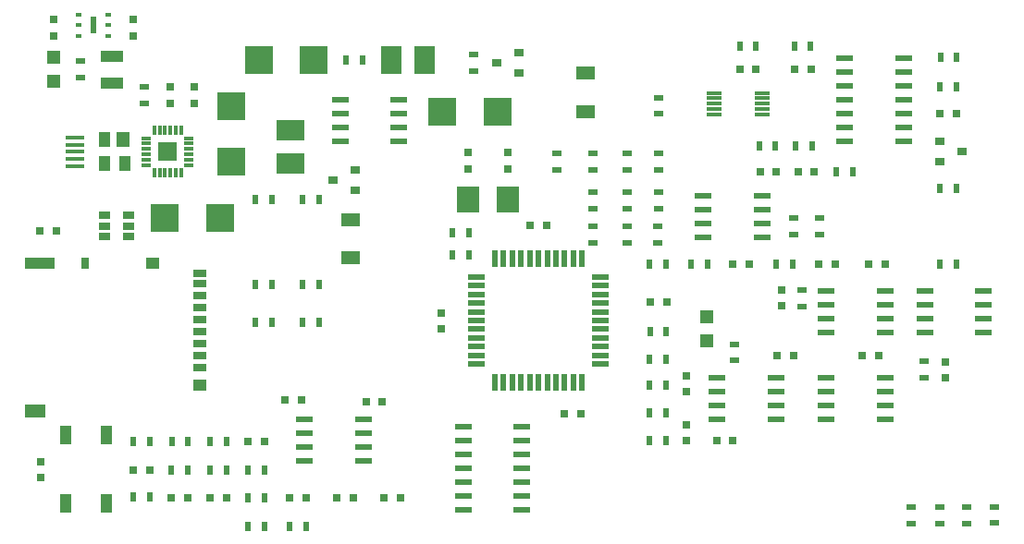
<source format=gbr>
G04 #@! TF.GenerationSoftware,KiCad,Pcbnew,5.0.2-bee76a0~70~ubuntu16.04.1*
G04 #@! TF.CreationDate,2019-03-24T22:43:38+05:30*
G04 #@! TF.ProjectId,PSLab,50534c61-622e-46b6-9963-61645f706362,v5.1*
G04 #@! TF.SameCoordinates,Original*
G04 #@! TF.FileFunction,Paste,Top*
G04 #@! TF.FilePolarity,Positive*
%FSLAX46Y46*%
G04 Gerber Fmt 4.6, Leading zero omitted, Abs format (unit mm)*
G04 Created by KiCad (PCBNEW 5.0.2-bee76a0~70~ubuntu16.04.1) date Sun 24 Mar 2019 22:43:38 +0530*
%MOMM*%
%LPD*%
G01*
G04 APERTURE LIST*
%ADD10R,0.600000X1.500000*%
%ADD11R,0.630000X0.450000*%
%ADD12R,0.850000X0.300000*%
%ADD13R,0.300000X0.850000*%
%ADD14R,1.800000X1.800000*%
%ADD15R,1.060000X0.650000*%
%ADD16R,1.550000X0.600000*%
%ADD17R,0.550000X1.500000*%
%ADD18R,1.500000X0.550000*%
%ADD19R,0.500000X0.900000*%
%ADD20R,2.500000X2.550000*%
%ADD21R,2.550000X2.500000*%
%ADD22R,1.700000X1.300000*%
%ADD23R,2.030000X1.140000*%
%ADD24R,0.900000X0.800000*%
%ADD25R,1.500000X0.600000*%
%ADD26R,1.400000X0.300000*%
%ADD27R,2.500000X1.950000*%
%ADD28R,1.950000X2.500000*%
%ADD29R,0.800000X0.750000*%
%ADD30R,0.750000X0.800000*%
%ADD31R,0.900000X0.500000*%
%ADD32R,1.200000X1.200000*%
%ADD33R,2.000000X2.400000*%
%ADD34R,1.800000X0.400000*%
%ADD35R,1.200000X1.400000*%
%ADD36R,1.000000X1.400000*%
%ADD37R,1.100000X1.800000*%
%ADD38R,1.900000X1.300000*%
%ADD39R,2.800000X1.000000*%
%ADD40R,0.800000X1.000000*%
%ADD41R,1.200000X1.000000*%
%ADD42R,1.200000X0.700000*%
G04 APERTURE END LIST*
D10*
G04 #@! TO.C,U1*
X97350000Y-63260000D03*
D11*
X96010000Y-64210000D03*
X96010000Y-63260000D03*
X96010000Y-62310000D03*
X98690000Y-62310000D03*
X98690000Y-63260000D03*
X98690000Y-64210000D03*
G04 #@! TD*
D12*
G04 #@! TO.C,U14*
X106080000Y-76100000D03*
X106080000Y-75600000D03*
X106080000Y-75100000D03*
X106080000Y-74600000D03*
X106080000Y-74100000D03*
X106080000Y-73600000D03*
D13*
X105380000Y-72900000D03*
X104880000Y-72900000D03*
X104380000Y-72900000D03*
X103880000Y-72900000D03*
X103380000Y-72900000D03*
X102880000Y-72900000D03*
D12*
X102180000Y-73600000D03*
X102180000Y-74100000D03*
X102180000Y-74600000D03*
X102180000Y-75100000D03*
X102180000Y-75600000D03*
X102180000Y-76100000D03*
D13*
X102880000Y-76800000D03*
X103380000Y-76800000D03*
X103880000Y-76800000D03*
X104380000Y-76800000D03*
X104880000Y-76800000D03*
X105380000Y-76800000D03*
D14*
X104130000Y-74850000D03*
G04 #@! TD*
D15*
G04 #@! TO.C,U4*
X98370000Y-80710000D03*
X98370000Y-81660000D03*
X98370000Y-82610000D03*
X100570000Y-82610000D03*
X100570000Y-80710000D03*
X100570000Y-81660000D03*
G04 #@! TD*
D16*
G04 #@! TO.C,U5*
X125300000Y-73855000D03*
X125300000Y-72585000D03*
X125300000Y-71315000D03*
X125300000Y-70045000D03*
X119900000Y-70045000D03*
X119900000Y-71315000D03*
X119900000Y-72585000D03*
X119900000Y-73855000D03*
G04 #@! TD*
D17*
G04 #@! TO.C,U3*
X134060000Y-96020000D03*
X134860000Y-96020000D03*
X135660000Y-96020000D03*
X136460000Y-96020000D03*
X137260000Y-96020000D03*
X138060000Y-96020000D03*
X138860000Y-96020000D03*
X139660000Y-96020000D03*
X140460000Y-96020000D03*
X141260000Y-96020000D03*
X142060000Y-96020000D03*
D18*
X143760000Y-94320000D03*
X143760000Y-93520000D03*
X143760000Y-92720000D03*
X143760000Y-91920000D03*
X143760000Y-91120000D03*
X143760000Y-90320000D03*
X143760000Y-89520000D03*
X143760000Y-88720000D03*
X143760000Y-87920000D03*
X143760000Y-87120000D03*
X143760000Y-86320000D03*
D17*
X142060000Y-84620000D03*
X141260000Y-84620000D03*
X140460000Y-84620000D03*
X139660000Y-84620000D03*
X138860000Y-84620000D03*
X138060000Y-84620000D03*
X137260000Y-84620000D03*
X136460000Y-84620000D03*
X135660000Y-84620000D03*
X134860000Y-84620000D03*
X134060000Y-84620000D03*
D18*
X132360000Y-86320000D03*
X132360000Y-87120000D03*
X132360000Y-87920000D03*
X132360000Y-88720000D03*
X132360000Y-89520000D03*
X132360000Y-90320000D03*
X132360000Y-91120000D03*
X132360000Y-91920000D03*
X132360000Y-92720000D03*
X132360000Y-93520000D03*
X132360000Y-94320000D03*
G04 #@! TD*
D19*
G04 #@! TO.C,R21*
X112980000Y-106550000D03*
X111480000Y-106550000D03*
G04 #@! TD*
D16*
G04 #@! TO.C,U10*
X154370000Y-95595000D03*
X154370000Y-96865000D03*
X154370000Y-98135000D03*
X154370000Y-99405000D03*
X159770000Y-99405000D03*
X159770000Y-98135000D03*
X159770000Y-96865000D03*
X159770000Y-95595000D03*
G04 #@! TD*
D20*
G04 #@! TO.C,C11*
X109950000Y-75725000D03*
X109950000Y-70675000D03*
G04 #@! TD*
D21*
G04 #@! TO.C,C14*
X108925000Y-80910000D03*
X103875000Y-80910000D03*
G04 #@! TD*
G04 #@! TO.C,C16*
X134325000Y-71200000D03*
X129275000Y-71200000D03*
G04 #@! TD*
G04 #@! TO.C,C18*
X112465000Y-66480000D03*
X117515000Y-66480000D03*
G04 #@! TD*
D22*
G04 #@! TO.C,D1*
X120890000Y-84580000D03*
X120890000Y-81080000D03*
G04 #@! TD*
G04 #@! TO.C,D2*
X142380000Y-67670000D03*
X142380000Y-71170000D03*
G04 #@! TD*
D23*
G04 #@! TO.C,F1*
X99000000Y-68520000D03*
X99000000Y-66120000D03*
G04 #@! TD*
D24*
G04 #@! TO.C,Q1*
X174800000Y-73870000D03*
X174800000Y-75770000D03*
X176800000Y-74820000D03*
G04 #@! TD*
D25*
G04 #@! TO.C,U2*
X131160000Y-100040000D03*
X131160000Y-101310000D03*
X131160000Y-102580000D03*
X131160000Y-103850000D03*
X131160000Y-105120000D03*
X131160000Y-106390000D03*
X131160000Y-107660000D03*
X136560000Y-107660000D03*
X136560000Y-106390000D03*
X136560000Y-105120000D03*
X136560000Y-103850000D03*
X136560000Y-102580000D03*
X136560000Y-101310000D03*
X136560000Y-100040000D03*
G04 #@! TD*
G04 #@! TO.C,U7*
X166050000Y-66240000D03*
X166050000Y-67510000D03*
X166050000Y-68780000D03*
X166050000Y-70050000D03*
X166050000Y-71320000D03*
X166050000Y-72590000D03*
X166050000Y-73860000D03*
X171450000Y-73860000D03*
X171450000Y-72590000D03*
X171450000Y-71320000D03*
X171450000Y-70050000D03*
X171450000Y-68780000D03*
X171450000Y-67510000D03*
X171450000Y-66240000D03*
G04 #@! TD*
D16*
G04 #@! TO.C,U8*
X164370000Y-87625000D03*
X164370000Y-88895000D03*
X164370000Y-90165000D03*
X164370000Y-91435000D03*
X169770000Y-91435000D03*
X169770000Y-90165000D03*
X169770000Y-88895000D03*
X169770000Y-87625000D03*
G04 #@! TD*
D26*
G04 #@! TO.C,U9*
X154150000Y-69450000D03*
X154150000Y-69950000D03*
X154150000Y-70450000D03*
X154150000Y-70950000D03*
X154150000Y-71450000D03*
X158550000Y-71450000D03*
X158550000Y-70950000D03*
X158550000Y-70450000D03*
X158550000Y-69950000D03*
X158550000Y-69450000D03*
G04 #@! TD*
D16*
G04 #@! TO.C,U11*
X173410000Y-87615000D03*
X173410000Y-88885000D03*
X173410000Y-90155000D03*
X173410000Y-91425000D03*
X178810000Y-91425000D03*
X178810000Y-90155000D03*
X178810000Y-88885000D03*
X178810000Y-87615000D03*
G04 #@! TD*
G04 #@! TO.C,U12*
X164410000Y-95595000D03*
X164410000Y-96865000D03*
X164410000Y-98135000D03*
X164410000Y-99405000D03*
X169810000Y-99405000D03*
X169810000Y-98135000D03*
X169810000Y-96865000D03*
X169810000Y-95595000D03*
G04 #@! TD*
G04 #@! TO.C,U13*
X122060000Y-103155000D03*
X122060000Y-101885000D03*
X122060000Y-100615000D03*
X122060000Y-99345000D03*
X116660000Y-99345000D03*
X116660000Y-100615000D03*
X116660000Y-101885000D03*
X116660000Y-103155000D03*
G04 #@! TD*
G04 #@! TO.C,U16*
X153130000Y-78885000D03*
X153130000Y-80155000D03*
X153130000Y-81425000D03*
X153130000Y-82695000D03*
X158530000Y-82695000D03*
X158530000Y-81425000D03*
X158530000Y-80155000D03*
X158530000Y-78885000D03*
G04 #@! TD*
D24*
G04 #@! TO.C,Q2*
X121260000Y-78380000D03*
X121260000Y-76480000D03*
X119260000Y-77430000D03*
G04 #@! TD*
G04 #@! TO.C,Q3*
X136230000Y-67660000D03*
X136230000Y-65760000D03*
X134230000Y-66710000D03*
G04 #@! TD*
D27*
G04 #@! TO.C,C12*
X115350000Y-75925000D03*
X115350000Y-72875000D03*
G04 #@! TD*
D28*
G04 #@! TO.C,C19*
X127605000Y-66480000D03*
X124555000Y-66480000D03*
G04 #@! TD*
D29*
G04 #@! TO.C,C2*
X93910000Y-82100000D03*
X92410000Y-82100000D03*
G04 #@! TD*
D30*
G04 #@! TO.C,C4*
X129130000Y-89610000D03*
X129130000Y-91110000D03*
G04 #@! TD*
D29*
G04 #@! TO.C,C6*
X104460000Y-106540000D03*
X105960000Y-106540000D03*
G04 #@! TD*
G04 #@! TO.C,C7*
X100990000Y-104000000D03*
X102490000Y-104000000D03*
G04 #@! TD*
D30*
G04 #@! TO.C,C8*
X131600000Y-76440000D03*
X131600000Y-74940000D03*
G04 #@! TD*
D29*
G04 #@! TO.C,C9*
X125430000Y-106550000D03*
X123930000Y-106550000D03*
G04 #@! TD*
D30*
G04 #@! TO.C,C10*
X135290000Y-76440000D03*
X135290000Y-74940000D03*
G04 #@! TD*
D29*
G04 #@! TO.C,C13*
X138810000Y-81630000D03*
X137310000Y-81630000D03*
G04 #@! TD*
D30*
G04 #@! TO.C,C15*
X101000000Y-64210000D03*
X101000000Y-62710000D03*
G04 #@! TD*
D29*
G04 #@! TO.C,C17*
X148300000Y-88620000D03*
X149800000Y-88620000D03*
G04 #@! TD*
D30*
G04 #@! TO.C,C20*
X93700000Y-64210000D03*
X93700000Y-62710000D03*
G04 #@! TD*
D29*
G04 #@! TO.C,C21*
X141920000Y-98840000D03*
X140420000Y-98840000D03*
G04 #@! TD*
G04 #@! TO.C,C22*
X167670000Y-93540000D03*
X169170000Y-93540000D03*
G04 #@! TD*
D30*
G04 #@! TO.C,C23*
X160290000Y-89000000D03*
X160290000Y-87500000D03*
G04 #@! TD*
D29*
G04 #@! TO.C,C24*
X156470000Y-67300000D03*
X157970000Y-67300000D03*
G04 #@! TD*
G04 #@! TO.C,C25*
X165220000Y-85160000D03*
X163720000Y-85160000D03*
G04 #@! TD*
G04 #@! TO.C,C26*
X169770000Y-85160000D03*
X168270000Y-85160000D03*
G04 #@! TD*
G04 #@! TO.C,C27*
X163000000Y-67300000D03*
X161500000Y-67300000D03*
G04 #@! TD*
G04 #@! TO.C,C28*
X154370000Y-101310000D03*
X155870000Y-101310000D03*
G04 #@! TD*
D30*
G04 #@! TO.C,C29*
X151610000Y-96860000D03*
X151610000Y-95360000D03*
G04 #@! TD*
D29*
G04 #@! TO.C,C30*
X111480000Y-101400000D03*
X112980000Y-101400000D03*
G04 #@! TD*
G04 #@! TO.C,C31*
X161430000Y-93540000D03*
X159930000Y-93540000D03*
G04 #@! TD*
G04 #@! TO.C,C32*
X176300000Y-71330000D03*
X174800000Y-71330000D03*
G04 #@! TD*
G04 #@! TO.C,C33*
X119630000Y-106550000D03*
X121130000Y-106550000D03*
G04 #@! TD*
G04 #@! TO.C,C34*
X155840000Y-85160000D03*
X157340000Y-85160000D03*
G04 #@! TD*
G04 #@! TO.C,C35*
X116390000Y-97630000D03*
X114890000Y-97630000D03*
G04 #@! TD*
G04 #@! TO.C,C36*
X116780000Y-106550000D03*
X115280000Y-106550000D03*
G04 #@! TD*
G04 #@! TO.C,C37*
X159830000Y-76720000D03*
X158330000Y-76720000D03*
G04 #@! TD*
G04 #@! TO.C,C38*
X123770000Y-97740000D03*
X122270000Y-97740000D03*
G04 #@! TD*
D30*
G04 #@! TO.C,C39*
X175340000Y-95590000D03*
X175340000Y-94090000D03*
G04 #@! TD*
D29*
G04 #@! TO.C,C40*
X109500000Y-106550000D03*
X108000000Y-106550000D03*
G04 #@! TD*
D30*
G04 #@! TO.C,C41*
X151610000Y-101350000D03*
X151610000Y-99850000D03*
G04 #@! TD*
D29*
G04 #@! TO.C,C42*
X163310000Y-76730000D03*
X161810000Y-76730000D03*
G04 #@! TD*
D31*
G04 #@! TO.C,R1*
X139760000Y-76500000D03*
X139760000Y-75000000D03*
G04 #@! TD*
D19*
G04 #@! TO.C,R2*
X131670000Y-84330000D03*
X130170000Y-84330000D03*
G04 #@! TD*
G04 #@! TO.C,R3*
X131670000Y-82240000D03*
X130170000Y-82240000D03*
G04 #@! TD*
G04 #@! TO.C,R4*
X113670000Y-79210000D03*
X112170000Y-79210000D03*
G04 #@! TD*
G04 #@! TO.C,R5*
X116480000Y-79220000D03*
X117980000Y-79220000D03*
G04 #@! TD*
D31*
G04 #@! TO.C,R6*
X172210000Y-108930000D03*
X172210000Y-107430000D03*
G04 #@! TD*
G04 #@! TO.C,R7*
X174760000Y-108910000D03*
X174760000Y-107410000D03*
G04 #@! TD*
G04 #@! TO.C,R8*
X177290000Y-108910000D03*
X177290000Y-107410000D03*
G04 #@! TD*
G04 #@! TO.C,R9*
X179830000Y-108890000D03*
X179830000Y-107390000D03*
G04 #@! TD*
G04 #@! TO.C,R11*
X132120000Y-67470000D03*
X132120000Y-65970000D03*
G04 #@! TD*
G04 #@! TO.C,R12*
X143030000Y-75020000D03*
X143030000Y-76520000D03*
G04 #@! TD*
D19*
G04 #@! TO.C,R13*
X121950000Y-66480000D03*
X120450000Y-66480000D03*
G04 #@! TD*
G04 #@! TO.C,R14*
X148200000Y-85140000D03*
X149700000Y-85140000D03*
G04 #@! TD*
G04 #@! TO.C,R15*
X112980000Y-104000000D03*
X111480000Y-104000000D03*
G04 #@! TD*
D31*
G04 #@! TO.C,R16*
X146210000Y-78590000D03*
X146210000Y-80090000D03*
G04 #@! TD*
G04 #@! TO.C,R17*
X146210000Y-76520000D03*
X146210000Y-75020000D03*
G04 #@! TD*
D19*
G04 #@! TO.C,R18*
X156470000Y-65140000D03*
X157970000Y-65140000D03*
G04 #@! TD*
G04 #@! TO.C,R19*
X161480000Y-65140000D03*
X162980000Y-65140000D03*
G04 #@! TD*
D31*
G04 #@! TO.C,R20*
X162160000Y-87510000D03*
X162160000Y-89010000D03*
G04 #@! TD*
G04 #@! TO.C,R22*
X173390000Y-94080000D03*
X173390000Y-95580000D03*
G04 #@! TD*
D19*
G04 #@! TO.C,R23*
X176300000Y-85130000D03*
X174800000Y-85130000D03*
G04 #@! TD*
G04 #@! TO.C,R24*
X161320000Y-85160000D03*
X159820000Y-85160000D03*
G04 #@! TD*
G04 #@! TO.C,R25*
X176290000Y-68930000D03*
X174790000Y-68930000D03*
G04 #@! TD*
G04 #@! TO.C,R26*
X176350000Y-66230000D03*
X174850000Y-66230000D03*
G04 #@! TD*
D31*
G04 #@! TO.C,R27*
X149050000Y-69890000D03*
X149050000Y-71390000D03*
G04 #@! TD*
D19*
G04 #@! TO.C,R28*
X149740000Y-96260000D03*
X148240000Y-96260000D03*
G04 #@! TD*
G04 #@! TO.C,R29*
X149710000Y-101350000D03*
X148210000Y-101350000D03*
G04 #@! TD*
G04 #@! TO.C,R30*
X148220000Y-98800000D03*
X149720000Y-98800000D03*
G04 #@! TD*
D31*
G04 #@! TO.C,R31*
X146200000Y-83210000D03*
X146200000Y-81710000D03*
G04 #@! TD*
G04 #@! TO.C,R32*
X148950000Y-83210000D03*
X148950000Y-81710000D03*
G04 #@! TD*
D19*
G04 #@! TO.C,R33*
X152040000Y-85140000D03*
X153540000Y-85140000D03*
G04 #@! TD*
D31*
G04 #@! TO.C,R34*
X155960000Y-92500000D03*
X155960000Y-94000000D03*
G04 #@! TD*
D19*
G04 #@! TO.C,R35*
X158250000Y-74290000D03*
X159750000Y-74290000D03*
G04 #@! TD*
G04 #@! TO.C,R36*
X176300000Y-78230000D03*
X174800000Y-78230000D03*
G04 #@! TD*
G04 #@! TO.C,R37*
X161590000Y-74290000D03*
X163090000Y-74290000D03*
G04 #@! TD*
D31*
G04 #@! TO.C,R38*
X149050000Y-76520000D03*
X149050000Y-75020000D03*
G04 #@! TD*
D19*
G04 #@! TO.C,R39*
X165350000Y-76730000D03*
X166850000Y-76730000D03*
G04 #@! TD*
G04 #@! TO.C,R40*
X112980000Y-109170000D03*
X111480000Y-109170000D03*
G04 #@! TD*
G04 #@! TO.C,R41*
X109500000Y-101400000D03*
X108000000Y-101400000D03*
G04 #@! TD*
G04 #@! TO.C,R42*
X107990000Y-104010000D03*
X109490000Y-104010000D03*
G04 #@! TD*
G04 #@! TO.C,R43*
X104470000Y-104010000D03*
X105970000Y-104010000D03*
G04 #@! TD*
G04 #@! TO.C,R44*
X116770000Y-109160000D03*
X115270000Y-109160000D03*
G04 #@! TD*
D31*
G04 #@! TO.C,R45*
X149020000Y-78590000D03*
X149020000Y-80090000D03*
G04 #@! TD*
G04 #@! TO.C,R46*
X161425000Y-82425000D03*
X161425000Y-80925000D03*
G04 #@! TD*
G04 #@! TO.C,R47*
X163820000Y-82420000D03*
X163820000Y-80920000D03*
G04 #@! TD*
D19*
G04 #@! TO.C,R49*
X148250000Y-93880000D03*
X149750000Y-93880000D03*
G04 #@! TD*
G04 #@! TO.C,R52*
X149760000Y-91300000D03*
X148260000Y-91300000D03*
G04 #@! TD*
D31*
G04 #@! TO.C,R53*
X96140000Y-66570000D03*
X96140000Y-68070000D03*
G04 #@! TD*
D19*
G04 #@! TO.C,R54*
X113670000Y-87040000D03*
X112170000Y-87040000D03*
G04 #@! TD*
G04 #@! TO.C,R55*
X113660000Y-90460000D03*
X112160000Y-90460000D03*
G04 #@! TD*
G04 #@! TO.C,R56*
X117970000Y-87040000D03*
X116470000Y-87040000D03*
G04 #@! TD*
G04 #@! TO.C,R57*
X117990000Y-90470000D03*
X116490000Y-90470000D03*
G04 #@! TD*
D31*
G04 #@! TO.C,L1*
X143070000Y-83210000D03*
X143070000Y-81710000D03*
G04 #@! TD*
D32*
G04 #@! TO.C,D3*
X153480000Y-92170000D03*
X153480000Y-89970000D03*
G04 #@! TD*
G04 #@! TO.C,D4*
X93680000Y-66220000D03*
X93680000Y-68420000D03*
G04 #@! TD*
D33*
G04 #@! TO.C,X1*
X131590000Y-79210000D03*
X135290000Y-79210000D03*
G04 #@! TD*
D19*
G04 #@! TO.C,R50*
X102490000Y-106500000D03*
X100990000Y-106500000D03*
G04 #@! TD*
D31*
G04 #@! TO.C,R10*
X143070000Y-80090000D03*
X143070000Y-78590000D03*
G04 #@! TD*
D34*
G04 #@! TO.C,CON1*
X95600000Y-76150000D03*
X95600000Y-75500000D03*
X95600000Y-74850000D03*
X95600000Y-74200000D03*
X95600000Y-73550000D03*
G04 #@! TD*
D30*
G04 #@! TO.C,C44*
X106580000Y-68890000D03*
X106580000Y-70390000D03*
G04 #@! TD*
G04 #@! TO.C,C46*
X104350000Y-68890000D03*
X104350000Y-70390000D03*
G04 #@! TD*
D31*
G04 #@! TO.C,R51*
X101970000Y-70390000D03*
X101970000Y-68890000D03*
G04 #@! TD*
D35*
G04 #@! TO.C,U17*
X100020000Y-73750000D03*
D36*
X98300000Y-73750000D03*
X98300000Y-75950000D03*
X100200000Y-75950000D03*
G04 #@! TD*
D37*
G04 #@! TO.C,J12*
X98480000Y-100850000D03*
X98480000Y-107050000D03*
X94780000Y-100850000D03*
X94780000Y-107050000D03*
G04 #@! TD*
D38*
G04 #@! TO.C,P1*
X91955000Y-98575000D03*
D39*
X92405000Y-85075000D03*
D40*
X96555000Y-85075000D03*
D41*
X102755000Y-85075000D03*
X107055000Y-96225000D03*
D42*
X107055000Y-88075000D03*
X107055000Y-89175000D03*
X107055000Y-90275000D03*
X107055000Y-91375000D03*
X107055000Y-92475000D03*
X107055000Y-93575000D03*
X107055000Y-94675000D03*
X107055000Y-86975000D03*
X107055000Y-86025000D03*
G04 #@! TD*
D19*
G04 #@! TO.C,R48*
X104480000Y-101400000D03*
X105980000Y-101400000D03*
G04 #@! TD*
D30*
G04 #@! TO.C,C1*
X92530000Y-104750000D03*
X92530000Y-103250000D03*
G04 #@! TD*
D19*
G04 #@! TO.C,R58*
X102490000Y-101400000D03*
X100990000Y-101400000D03*
G04 #@! TD*
M02*

</source>
